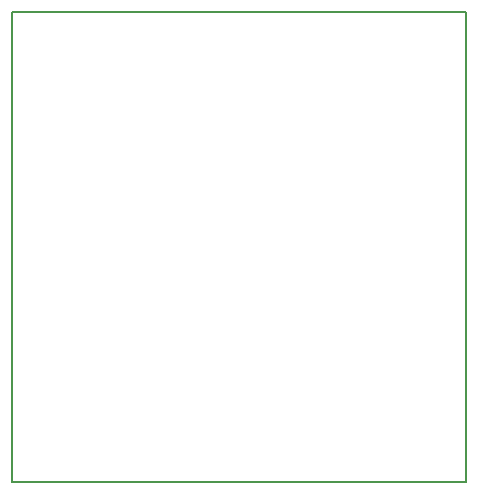
<source format=gbr>
G04 #@! TF.FileFunction,Profile,NP*
%FSLAX45Y45*%
G04 Gerber Fmt 4.5, Leading zero omitted, Abs format (unit mm)*
G04 Created by KiCad (PCBNEW (2015-12-04 BZR 6347, Git 4c88040)-product) date 15.04.2016 21:14:43*
%MOMM*%
G01*
G04 APERTURE LIST*
%ADD10C,0.100000*%
%ADD11C,0.150000*%
G04 APERTURE END LIST*
D10*
D11*
X17920000Y-9040000D02*
X14080000Y-9040000D01*
X17920000Y-13020000D02*
X17920000Y-9040000D01*
X14080000Y-13020000D02*
X17920000Y-13020000D01*
X14080000Y-9040000D02*
X14080000Y-13020000D01*
M02*

</source>
